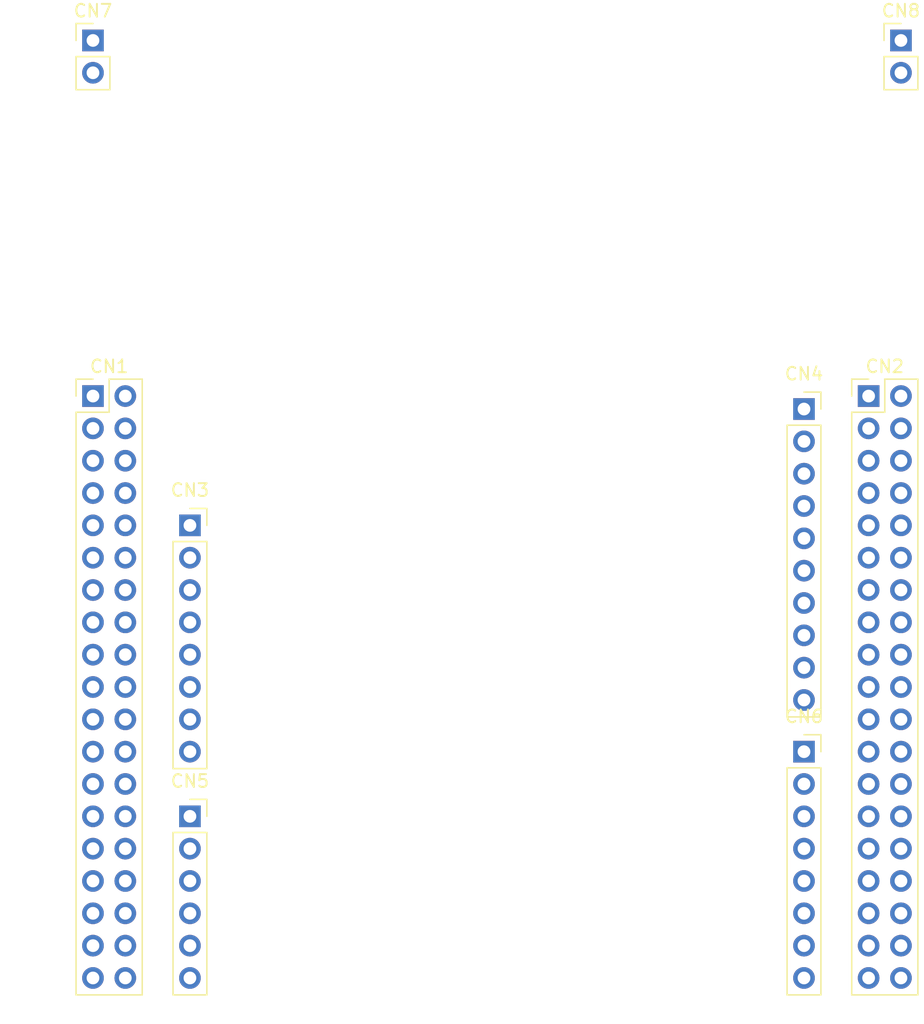
<source format=kicad_pcb>
(kicad_pcb (version 20171130) (host pcbnew 5.1.9-73d0e3b20d~88~ubuntu18.04.1)

  (general
    (thickness 1.6)
    (drawings 0)
    (tracks 0)
    (zones 0)
    (modules 8)
    (nets 70)
  )

  (page A4)
  (layers
    (0 F.Cu signal)
    (31 B.Cu signal)
    (32 B.Adhes user)
    (33 F.Adhes user)
    (34 B.Paste user)
    (35 F.Paste user)
    (36 B.SilkS user)
    (37 F.SilkS user)
    (38 B.Mask user)
    (39 F.Mask user)
    (40 Dwgs.User user)
    (41 Cmts.User user)
    (42 Eco1.User user)
    (43 Eco2.User user)
    (44 Edge.Cuts user)
    (45 Margin user)
    (46 B.CrtYd user)
    (47 F.CrtYd user)
    (48 B.Fab user)
    (49 F.Fab user)
  )

  (setup
    (last_trace_width 0.25)
    (trace_clearance 0.2)
    (zone_clearance 0.508)
    (zone_45_only no)
    (trace_min 0.2)
    (via_size 0.8)
    (via_drill 0.4)
    (via_min_size 0.4)
    (via_min_drill 0.3)
    (uvia_size 0.3)
    (uvia_drill 0.1)
    (uvias_allowed no)
    (uvia_min_size 0.2)
    (uvia_min_drill 0.1)
    (edge_width 0.05)
    (segment_width 0.2)
    (pcb_text_width 0.3)
    (pcb_text_size 1.5 1.5)
    (mod_edge_width 0.12)
    (mod_text_size 1 1)
    (mod_text_width 0.15)
    (pad_size 1.524 1.524)
    (pad_drill 0.762)
    (pad_to_mask_clearance 0)
    (aux_axis_origin 0 0)
    (visible_elements FFFFFF7F)
    (pcbplotparams
      (layerselection 0x010fc_ffffffff)
      (usegerberextensions false)
      (usegerberattributes true)
      (usegerberadvancedattributes true)
      (creategerberjobfile true)
      (excludeedgelayer true)
      (linewidth 0.100000)
      (plotframeref false)
      (viasonmask false)
      (mode 1)
      (useauxorigin false)
      (hpglpennumber 1)
      (hpglpenspeed 20)
      (hpglpendiameter 15.000000)
      (psnegative false)
      (psa4output false)
      (plotreference true)
      (plotvalue true)
      (plotinvisibletext false)
      (padsonsilk false)
      (subtractmaskfromsilk false)
      (outputformat 1)
      (mirror false)
      (drillshape 1)
      (scaleselection 1)
      (outputdirectory ""))
  )

  (net 0 "")
  (net 1 /connectors/PC10)
  (net 2 /connectors/PC11)
  (net 3 /connectors/PC12)
  (net 4 /connectors/PD2)
  (net 5 /connectors/VDD)
  (net 6 /connectors/E5V)
  (net 7 /connectors/PA14)
  (net 8 /connectors/GND)
  (net 9 /connectors/PD0)
  (net 10 /connectors/PD1)
  (net 11 /connectors/PD3)
  (net 12 /connectors/IOREF)
  (net 13 /connectors/PA13)
  (net 14 /connectors/~RST)
  (net 15 /connectors/PD4)
  (net 16 /connectors/+3V3)
  (net 17 /connectors/PA15)
  (net 18 /connectors/+5V)
  (net 19 /connectors/PB7)
  (net 20 /connectors/PC13)
  (net 21 /connectors/VIN)
  (net 22 /connectors/PC14)
  (net 23 /connectors/PD5)
  (net 24 /connectors/PC15)
  (net 25 /connectors/PA0)
  (net 26 /connectors/PF0)
  (net 27 /connectors/PA1)
  (net 28 /connectors/PF1)
  (net 29 /connectors/PA4)
  (net 30 /connectors/VBAT)
  (net 31 /connectors/PB1)
  (net 32 /connectors/PC2)
  (net 33 PB9)
  (net 34 /connectors/PC3)
  (net 35 PB8)
  (net 36 /connectors/PD9)
  (net 37 /connectors/PC5)
  (net 38 /connectors/PD8)
  (net 39 /connectors/PC4)
  (net 40 /connectors/PA2)
  (net 41 /connectors/PA10)
  (net 42 /connectors/AGND)
  (net 43 /connectors/PB3)
  (net 44 /connectors/PB13)
  (net 45 /connectors/PB5)
  (net 46 /connectors/PB10)
  (net 47 /connectors/PB4)
  (net 48 /connectors/PB15)
  (net 49 /connectors/PB14)
  (net 50 /connectors/PB6)
  (net 51 /connectors/PA8)
  (net 52 /connectors/PB2)
  (net 53 /connectors/PA9)
  (net 54 /connectors/PC7)
  (net 55 /connectors/PC0)
  (net 56 /connectors/PB0)
  (net 57 /connectors/PC1)
  (net 58 /connectors/PA7)
  (net 59 /connectors/PA11)
  (net 60 /connectors/PA6)
  (net 61 /connectors/PA12)
  (net 62 /connectors/PA5)
  (net 63 /connectors/PD6)
  (net 64 /connectors/USBCHG)
  (net 65 /connectors/AVDD)
  (net 66 /connectors/PA3)
  (net 67 /connectors/PC6)
  (net 68 /connectors/PC8)
  (net 69 /connectors/PC9)

  (net_class Default "This is the default net class."
    (clearance 0.2)
    (trace_width 0.25)
    (via_dia 0.8)
    (via_drill 0.4)
    (uvia_dia 0.3)
    (uvia_drill 0.1)
    (add_net /connectors/+3V3)
    (add_net /connectors/+5V)
    (add_net /connectors/AGND)
    (add_net /connectors/AVDD)
    (add_net /connectors/E5V)
    (add_net /connectors/GND)
    (add_net /connectors/IOREF)
    (add_net /connectors/PA0)
    (add_net /connectors/PA1)
    (add_net /connectors/PA10)
    (add_net /connectors/PA11)
    (add_net /connectors/PA12)
    (add_net /connectors/PA13)
    (add_net /connectors/PA14)
    (add_net /connectors/PA15)
    (add_net /connectors/PA2)
    (add_net /connectors/PA3)
    (add_net /connectors/PA4)
    (add_net /connectors/PA5)
    (add_net /connectors/PA6)
    (add_net /connectors/PA7)
    (add_net /connectors/PA8)
    (add_net /connectors/PA9)
    (add_net /connectors/PB0)
    (add_net /connectors/PB1)
    (add_net /connectors/PB10)
    (add_net /connectors/PB13)
    (add_net /connectors/PB14)
    (add_net /connectors/PB15)
    (add_net /connectors/PB2)
    (add_net /connectors/PB3)
    (add_net /connectors/PB4)
    (add_net /connectors/PB5)
    (add_net /connectors/PB6)
    (add_net /connectors/PB7)
    (add_net /connectors/PC0)
    (add_net /connectors/PC1)
    (add_net /connectors/PC10)
    (add_net /connectors/PC11)
    (add_net /connectors/PC12)
    (add_net /connectors/PC13)
    (add_net /connectors/PC14)
    (add_net /connectors/PC15)
    (add_net /connectors/PC2)
    (add_net /connectors/PC3)
    (add_net /connectors/PC4)
    (add_net /connectors/PC5)
    (add_net /connectors/PC6)
    (add_net /connectors/PC7)
    (add_net /connectors/PC8)
    (add_net /connectors/PC9)
    (add_net /connectors/PD0)
    (add_net /connectors/PD1)
    (add_net /connectors/PD2)
    (add_net /connectors/PD3)
    (add_net /connectors/PD4)
    (add_net /connectors/PD5)
    (add_net /connectors/PD6)
    (add_net /connectors/PD8)
    (add_net /connectors/PD9)
    (add_net /connectors/PF0)
    (add_net /connectors/PF1)
    (add_net /connectors/USBCHG)
    (add_net /connectors/VBAT)
    (add_net /connectors/VDD)
    (add_net /connectors/VIN)
    (add_net /connectors/~RST)
    (add_net PB8)
    (add_net PB9)
  )

  (module Connector_PinSocket_2.54mm:PinSocket_1x08_P2.54mm_Vertical locked (layer F.Cu) (tedit 5A19A420) (tstamp 6016D3DA)
    (at 177.8 106.68)
    (descr "Through hole straight socket strip, 1x08, 2.54mm pitch, single row (from Kicad 4.0.7), script generated")
    (tags "Through hole socket strip THT 1x08 2.54mm single row")
    (path /6016888D/6016A656)
    (fp_text reference CN6 (at 0 -2.77) (layer F.SilkS)
      (effects (font (size 1 1) (thickness 0.15)))
    )
    (fp_text value Conn_01x08 (at 0 20.55) (layer F.Fab)
      (effects (font (size 1 1) (thickness 0.15)))
    )
    (fp_text user %R (at 0 8.89 90) (layer F.Fab)
      (effects (font (size 1 1) (thickness 0.15)))
    )
    (fp_line (start -1.27 -1.27) (end 0.635 -1.27) (layer F.Fab) (width 0.1))
    (fp_line (start 0.635 -1.27) (end 1.27 -0.635) (layer F.Fab) (width 0.1))
    (fp_line (start 1.27 -0.635) (end 1.27 19.05) (layer F.Fab) (width 0.1))
    (fp_line (start 1.27 19.05) (end -1.27 19.05) (layer F.Fab) (width 0.1))
    (fp_line (start -1.27 19.05) (end -1.27 -1.27) (layer F.Fab) (width 0.1))
    (fp_line (start -1.33 1.27) (end 1.33 1.27) (layer F.SilkS) (width 0.12))
    (fp_line (start -1.33 1.27) (end -1.33 19.11) (layer F.SilkS) (width 0.12))
    (fp_line (start -1.33 19.11) (end 1.33 19.11) (layer F.SilkS) (width 0.12))
    (fp_line (start 1.33 1.27) (end 1.33 19.11) (layer F.SilkS) (width 0.12))
    (fp_line (start 1.33 -1.33) (end 1.33 0) (layer F.SilkS) (width 0.12))
    (fp_line (start 0 -1.33) (end 1.33 -1.33) (layer F.SilkS) (width 0.12))
    (fp_line (start -1.8 -1.8) (end 1.75 -1.8) (layer F.CrtYd) (width 0.05))
    (fp_line (start 1.75 -1.8) (end 1.75 19.55) (layer F.CrtYd) (width 0.05))
    (fp_line (start 1.75 19.55) (end -1.8 19.55) (layer F.CrtYd) (width 0.05))
    (fp_line (start -1.8 19.55) (end -1.8 -1.8) (layer F.CrtYd) (width 0.05))
    (pad 8 thru_hole oval (at 0 17.78) (size 1.7 1.7) (drill 1) (layers *.Cu *.Mask)
      (net 37 /connectors/PC5))
    (pad 7 thru_hole oval (at 0 15.24) (size 1.7 1.7) (drill 1) (layers *.Cu *.Mask)
      (net 39 /connectors/PC4))
    (pad 6 thru_hole oval (at 0 12.7) (size 1.7 1.7) (drill 1) (layers *.Cu *.Mask)
      (net 41 /connectors/PA10))
    (pad 5 thru_hole oval (at 0 10.16) (size 1.7 1.7) (drill 1) (layers *.Cu *.Mask)
      (net 43 /connectors/PB3))
    (pad 4 thru_hole oval (at 0 7.62) (size 1.7 1.7) (drill 1) (layers *.Cu *.Mask)
      (net 45 /connectors/PB5))
    (pad 3 thru_hole oval (at 0 5.08) (size 1.7 1.7) (drill 1) (layers *.Cu *.Mask)
      (net 47 /connectors/PB4))
    (pad 2 thru_hole oval (at 0 2.54) (size 1.7 1.7) (drill 1) (layers *.Cu *.Mask)
      (net 49 /connectors/PB14))
    (pad 1 thru_hole rect (at 0 0) (size 1.7 1.7) (drill 1) (layers *.Cu *.Mask)
      (net 51 /connectors/PA8))
    (model ${KISYS3DMOD}/Connector_PinSocket_2.54mm.3dshapes/PinSocket_1x08_P2.54mm_Vertical.wrl
      (at (xyz 0 0 0))
      (scale (xyz 1 1 1))
      (rotate (xyz 0 0 0))
    )
  )

  (module Connector_PinSocket_2.54mm:PinSocket_1x06_P2.54mm_Vertical locked (layer F.Cu) (tedit 5A19A430) (tstamp 6016CA97)
    (at 129.54 111.76)
    (descr "Through hole straight socket strip, 1x06, 2.54mm pitch, single row (from Kicad 4.0.7), script generated")
    (tags "Through hole socket strip THT 1x06 2.54mm single row")
    (path /6016888D/6016C78B)
    (fp_text reference CN5 (at 0 -2.77) (layer F.SilkS)
      (effects (font (size 1 1) (thickness 0.15)))
    )
    (fp_text value Conn_01x06 (at 0 15.47) (layer F.Fab)
      (effects (font (size 1 1) (thickness 0.15)))
    )
    (fp_text user %R (at 0 6.35 90) (layer F.Fab)
      (effects (font (size 1 1) (thickness 0.15)))
    )
    (fp_line (start -1.27 -1.27) (end 0.635 -1.27) (layer F.Fab) (width 0.1))
    (fp_line (start 0.635 -1.27) (end 1.27 -0.635) (layer F.Fab) (width 0.1))
    (fp_line (start 1.27 -0.635) (end 1.27 13.97) (layer F.Fab) (width 0.1))
    (fp_line (start 1.27 13.97) (end -1.27 13.97) (layer F.Fab) (width 0.1))
    (fp_line (start -1.27 13.97) (end -1.27 -1.27) (layer F.Fab) (width 0.1))
    (fp_line (start -1.33 1.27) (end 1.33 1.27) (layer F.SilkS) (width 0.12))
    (fp_line (start -1.33 1.27) (end -1.33 14.03) (layer F.SilkS) (width 0.12))
    (fp_line (start -1.33 14.03) (end 1.33 14.03) (layer F.SilkS) (width 0.12))
    (fp_line (start 1.33 1.27) (end 1.33 14.03) (layer F.SilkS) (width 0.12))
    (fp_line (start 1.33 -1.33) (end 1.33 0) (layer F.SilkS) (width 0.12))
    (fp_line (start 0 -1.33) (end 1.33 -1.33) (layer F.SilkS) (width 0.12))
    (fp_line (start -1.8 -1.8) (end 1.75 -1.8) (layer F.CrtYd) (width 0.05))
    (fp_line (start 1.75 -1.8) (end 1.75 14.45) (layer F.CrtYd) (width 0.05))
    (fp_line (start 1.75 14.45) (end -1.8 14.45) (layer F.CrtYd) (width 0.05))
    (fp_line (start -1.8 14.45) (end -1.8 -1.8) (layer F.CrtYd) (width 0.05))
    (pad 6 thru_hole oval (at 0 12.7) (size 1.7 1.7) (drill 1) (layers *.Cu *.Mask)
      (net 35 PB8))
    (pad 5 thru_hole oval (at 0 10.16) (size 1.7 1.7) (drill 1) (layers *.Cu *.Mask)
      (net 33 PB9))
    (pad 4 thru_hole oval (at 0 7.62) (size 1.7 1.7) (drill 1) (layers *.Cu *.Mask)
      (net 31 /connectors/PB1))
    (pad 3 thru_hole oval (at 0 5.08) (size 1.7 1.7) (drill 1) (layers *.Cu *.Mask)
      (net 29 /connectors/PA4))
    (pad 2 thru_hole oval (at 0 2.54) (size 1.7 1.7) (drill 1) (layers *.Cu *.Mask)
      (net 27 /connectors/PA1))
    (pad 1 thru_hole rect (at 0 0) (size 1.7 1.7) (drill 1) (layers *.Cu *.Mask)
      (net 25 /connectors/PA0))
    (model ${KISYS3DMOD}/Connector_PinSocket_2.54mm.3dshapes/PinSocket_1x06_P2.54mm_Vertical.wrl
      (at (xyz 0 0 0))
      (scale (xyz 1 1 1))
      (rotate (xyz 0 0 0))
    )
  )

  (module Connector_PinSocket_2.54mm:PinSocket_1x10_P2.54mm_Vertical locked (layer F.Cu) (tedit 5A19A425) (tstamp 6016CA7D)
    (at 177.8 79.76)
    (descr "Through hole straight socket strip, 1x10, 2.54mm pitch, single row (from Kicad 4.0.7), script generated")
    (tags "Through hole socket strip THT 1x10 2.54mm single row")
    (path /6016888D/6016D7A0)
    (fp_text reference CN4 (at 0 -2.77) (layer F.SilkS)
      (effects (font (size 1 1) (thickness 0.15)))
    )
    (fp_text value Conn_01x10 (at 0 25.63) (layer F.Fab)
      (effects (font (size 1 1) (thickness 0.15)))
    )
    (fp_text user %R (at 0 11.43 90) (layer F.Fab)
      (effects (font (size 1 1) (thickness 0.15)))
    )
    (fp_line (start -1.27 -1.27) (end 0.635 -1.27) (layer F.Fab) (width 0.1))
    (fp_line (start 0.635 -1.27) (end 1.27 -0.635) (layer F.Fab) (width 0.1))
    (fp_line (start 1.27 -0.635) (end 1.27 24.13) (layer F.Fab) (width 0.1))
    (fp_line (start 1.27 24.13) (end -1.27 24.13) (layer F.Fab) (width 0.1))
    (fp_line (start -1.27 24.13) (end -1.27 -1.27) (layer F.Fab) (width 0.1))
    (fp_line (start -1.33 1.27) (end 1.33 1.27) (layer F.SilkS) (width 0.12))
    (fp_line (start -1.33 1.27) (end -1.33 24.19) (layer F.SilkS) (width 0.12))
    (fp_line (start -1.33 24.19) (end 1.33 24.19) (layer F.SilkS) (width 0.12))
    (fp_line (start 1.33 1.27) (end 1.33 24.19) (layer F.SilkS) (width 0.12))
    (fp_line (start 1.33 -1.33) (end 1.33 0) (layer F.SilkS) (width 0.12))
    (fp_line (start 0 -1.33) (end 1.33 -1.33) (layer F.SilkS) (width 0.12))
    (fp_line (start -1.8 -1.8) (end 1.75 -1.8) (layer F.CrtYd) (width 0.05))
    (fp_line (start 1.75 -1.8) (end 1.75 24.6) (layer F.CrtYd) (width 0.05))
    (fp_line (start 1.75 24.6) (end -1.8 24.6) (layer F.CrtYd) (width 0.05))
    (fp_line (start -1.8 24.6) (end -1.8 -1.8) (layer F.CrtYd) (width 0.05))
    (pad 10 thru_hole oval (at 0 22.86) (size 1.7 1.7) (drill 1) (layers *.Cu *.Mask)
      (net 53 /connectors/PA9))
    (pad 9 thru_hole oval (at 0 20.32) (size 1.7 1.7) (drill 1) (layers *.Cu *.Mask)
      (net 54 /connectors/PC7))
    (pad 8 thru_hole oval (at 0 17.78) (size 1.7 1.7) (drill 1) (layers *.Cu *.Mask)
      (net 56 /connectors/PB0))
    (pad 7 thru_hole oval (at 0 15.24) (size 1.7 1.7) (drill 1) (layers *.Cu *.Mask)
      (net 58 /connectors/PA7))
    (pad 6 thru_hole oval (at 0 12.7) (size 1.7 1.7) (drill 1) (layers *.Cu *.Mask)
      (net 60 /connectors/PA6))
    (pad 5 thru_hole oval (at 0 10.16) (size 1.7 1.7) (drill 1) (layers *.Cu *.Mask)
      (net 62 /connectors/PA5))
    (pad 4 thru_hole oval (at 0 7.62) (size 1.7 1.7) (drill 1) (layers *.Cu *.Mask)
      (net 8 /connectors/GND))
    (pad 3 thru_hole oval (at 0 5.08) (size 1.7 1.7) (drill 1) (layers *.Cu *.Mask)
      (net 65 /connectors/AVDD))
    (pad 2 thru_hole oval (at 0 2.54) (size 1.7 1.7) (drill 1) (layers *.Cu *.Mask)
      (net 33 PB9))
    (pad 1 thru_hole rect (at 0 0) (size 1.7 1.7) (drill 1) (layers *.Cu *.Mask)
      (net 35 PB8))
    (model ${KISYS3DMOD}/Connector_PinSocket_2.54mm.3dshapes/PinSocket_1x10_P2.54mm_Vertical.wrl
      (at (xyz 0 0 0))
      (scale (xyz 1 1 1))
      (rotate (xyz 0 0 0))
    )
  )

  (module Connector_PinSocket_2.54mm:PinSocket_1x08_P2.54mm_Vertical locked (layer F.Cu) (tedit 5A19A420) (tstamp 6016CA5F)
    (at 129.54 88.9)
    (descr "Through hole straight socket strip, 1x08, 2.54mm pitch, single row (from Kicad 4.0.7), script generated")
    (tags "Through hole socket strip THT 1x08 2.54mm single row")
    (path /6016888D/601699C4)
    (fp_text reference CN3 (at 0 -2.77) (layer F.SilkS)
      (effects (font (size 1 1) (thickness 0.15)))
    )
    (fp_text value Conn_01x08 (at 0 20.55) (layer F.Fab)
      (effects (font (size 1 1) (thickness 0.15)))
    )
    (fp_text user %R (at 0 8.89 90) (layer F.Fab)
      (effects (font (size 1 1) (thickness 0.15)))
    )
    (fp_line (start -1.27 -1.27) (end 0.635 -1.27) (layer F.Fab) (width 0.1))
    (fp_line (start 0.635 -1.27) (end 1.27 -0.635) (layer F.Fab) (width 0.1))
    (fp_line (start 1.27 -0.635) (end 1.27 19.05) (layer F.Fab) (width 0.1))
    (fp_line (start 1.27 19.05) (end -1.27 19.05) (layer F.Fab) (width 0.1))
    (fp_line (start -1.27 19.05) (end -1.27 -1.27) (layer F.Fab) (width 0.1))
    (fp_line (start -1.33 1.27) (end 1.33 1.27) (layer F.SilkS) (width 0.12))
    (fp_line (start -1.33 1.27) (end -1.33 19.11) (layer F.SilkS) (width 0.12))
    (fp_line (start -1.33 19.11) (end 1.33 19.11) (layer F.SilkS) (width 0.12))
    (fp_line (start 1.33 1.27) (end 1.33 19.11) (layer F.SilkS) (width 0.12))
    (fp_line (start 1.33 -1.33) (end 1.33 0) (layer F.SilkS) (width 0.12))
    (fp_line (start 0 -1.33) (end 1.33 -1.33) (layer F.SilkS) (width 0.12))
    (fp_line (start -1.8 -1.8) (end 1.75 -1.8) (layer F.CrtYd) (width 0.05))
    (fp_line (start 1.75 -1.8) (end 1.75 19.55) (layer F.CrtYd) (width 0.05))
    (fp_line (start 1.75 19.55) (end -1.8 19.55) (layer F.CrtYd) (width 0.05))
    (fp_line (start -1.8 19.55) (end -1.8 -1.8) (layer F.CrtYd) (width 0.05))
    (pad 8 thru_hole oval (at 0 17.78) (size 1.7 1.7) (drill 1) (layers *.Cu *.Mask)
      (net 21 /connectors/VIN))
    (pad 7 thru_hole oval (at 0 15.24) (size 1.7 1.7) (drill 1) (layers *.Cu *.Mask)
      (net 8 /connectors/GND))
    (pad 6 thru_hole oval (at 0 12.7) (size 1.7 1.7) (drill 1) (layers *.Cu *.Mask)
      (net 8 /connectors/GND))
    (pad 5 thru_hole oval (at 0 10.16) (size 1.7 1.7) (drill 1) (layers *.Cu *.Mask)
      (net 18 /connectors/+5V))
    (pad 4 thru_hole oval (at 0 7.62) (size 1.7 1.7) (drill 1) (layers *.Cu *.Mask)
      (net 16 /connectors/+3V3))
    (pad 3 thru_hole oval (at 0 5.08) (size 1.7 1.7) (drill 1) (layers *.Cu *.Mask)
      (net 14 /connectors/~RST))
    (pad 2 thru_hole oval (at 0 2.54) (size 1.7 1.7) (drill 1) (layers *.Cu *.Mask)
      (net 12 /connectors/IOREF))
    (pad 1 thru_hole rect (at 0 0) (size 1.7 1.7) (drill 1) (layers *.Cu *.Mask)
      (net 10 /connectors/PD1))
    (model ${KISYS3DMOD}/Connector_PinSocket_2.54mm.3dshapes/PinSocket_1x08_P2.54mm_Vertical.wrl
      (at (xyz 0 0 0))
      (scale (xyz 1 1 1))
      (rotate (xyz 0 0 0))
    )
  )

  (module Connector_PinHeader_2.54mm:PinHeader_2x19_P2.54mm_Vertical locked (layer F.Cu) (tedit 59FED5CC) (tstamp 6016CA07)
    (at 121.92 78.74)
    (descr "Through hole straight pin header, 2x19, 2.54mm pitch, double rows")
    (tags "Through hole pin header THT 2x19 2.54mm double row")
    (path /6016888D/60169241)
    (fp_text reference CN1 (at 1.27 -2.33) (layer F.SilkS)
      (effects (font (size 1 1) (thickness 0.15)))
    )
    (fp_text value Conn_02x19_Odd_Even (at 1.27 48.05) (layer F.Fab)
      (effects (font (size 1 1) (thickness 0.15)))
    )
    (fp_line (start 4.35 -1.8) (end -1.8 -1.8) (layer F.CrtYd) (width 0.05))
    (fp_line (start 4.35 47.5) (end 4.35 -1.8) (layer F.CrtYd) (width 0.05))
    (fp_line (start -1.8 47.5) (end 4.35 47.5) (layer F.CrtYd) (width 0.05))
    (fp_line (start -1.8 -1.8) (end -1.8 47.5) (layer F.CrtYd) (width 0.05))
    (fp_line (start -1.33 -1.33) (end 0 -1.33) (layer F.SilkS) (width 0.12))
    (fp_line (start -1.33 0) (end -1.33 -1.33) (layer F.SilkS) (width 0.12))
    (fp_line (start 1.27 -1.33) (end 3.87 -1.33) (layer F.SilkS) (width 0.12))
    (fp_line (start 1.27 1.27) (end 1.27 -1.33) (layer F.SilkS) (width 0.12))
    (fp_line (start -1.33 1.27) (end 1.27 1.27) (layer F.SilkS) (width 0.12))
    (fp_line (start 3.87 -1.33) (end 3.87 47.05) (layer F.SilkS) (width 0.12))
    (fp_line (start -1.33 1.27) (end -1.33 47.05) (layer F.SilkS) (width 0.12))
    (fp_line (start -1.33 47.05) (end 3.87 47.05) (layer F.SilkS) (width 0.12))
    (fp_line (start -1.27 0) (end 0 -1.27) (layer F.Fab) (width 0.1))
    (fp_line (start -1.27 46.99) (end -1.27 0) (layer F.Fab) (width 0.1))
    (fp_line (start 3.81 46.99) (end -1.27 46.99) (layer F.Fab) (width 0.1))
    (fp_line (start 3.81 -1.27) (end 3.81 46.99) (layer F.Fab) (width 0.1))
    (fp_line (start 0 -1.27) (end 3.81 -1.27) (layer F.Fab) (width 0.1))
    (fp_text user %R (at 1.27 22.86 90) (layer F.Fab)
      (effects (font (size 1 1) (thickness 0.15)))
    )
    (pad 1 thru_hole rect (at 0 0) (size 1.7 1.7) (drill 1) (layers *.Cu *.Mask)
      (net 1 /connectors/PC10))
    (pad 2 thru_hole oval (at 2.54 0) (size 1.7 1.7) (drill 1) (layers *.Cu *.Mask)
      (net 2 /connectors/PC11))
    (pad 3 thru_hole oval (at 0 2.54) (size 1.7 1.7) (drill 1) (layers *.Cu *.Mask)
      (net 3 /connectors/PC12))
    (pad 4 thru_hole oval (at 2.54 2.54) (size 1.7 1.7) (drill 1) (layers *.Cu *.Mask)
      (net 4 /connectors/PD2))
    (pad 5 thru_hole oval (at 0 5.08) (size 1.7 1.7) (drill 1) (layers *.Cu *.Mask)
      (net 5 /connectors/VDD))
    (pad 6 thru_hole oval (at 2.54 5.08) (size 1.7 1.7) (drill 1) (layers *.Cu *.Mask)
      (net 6 /connectors/E5V))
    (pad 7 thru_hole oval (at 0 7.62) (size 1.7 1.7) (drill 1) (layers *.Cu *.Mask)
      (net 7 /connectors/PA14))
    (pad 8 thru_hole oval (at 2.54 7.62) (size 1.7 1.7) (drill 1) (layers *.Cu *.Mask)
      (net 8 /connectors/GND))
    (pad 9 thru_hole oval (at 0 10.16) (size 1.7 1.7) (drill 1) (layers *.Cu *.Mask)
      (net 9 /connectors/PD0))
    (pad 10 thru_hole oval (at 2.54 10.16) (size 1.7 1.7) (drill 1) (layers *.Cu *.Mask)
      (net 10 /connectors/PD1))
    (pad 11 thru_hole oval (at 0 12.7) (size 1.7 1.7) (drill 1) (layers *.Cu *.Mask)
      (net 11 /connectors/PD3))
    (pad 12 thru_hole oval (at 2.54 12.7) (size 1.7 1.7) (drill 1) (layers *.Cu *.Mask)
      (net 12 /connectors/IOREF))
    (pad 13 thru_hole oval (at 0 15.24) (size 1.7 1.7) (drill 1) (layers *.Cu *.Mask)
      (net 13 /connectors/PA13))
    (pad 14 thru_hole oval (at 2.54 15.24) (size 1.7 1.7) (drill 1) (layers *.Cu *.Mask)
      (net 14 /connectors/~RST))
    (pad 15 thru_hole oval (at 0 17.78) (size 1.7 1.7) (drill 1) (layers *.Cu *.Mask)
      (net 15 /connectors/PD4))
    (pad 16 thru_hole oval (at 2.54 17.78) (size 1.7 1.7) (drill 1) (layers *.Cu *.Mask)
      (net 16 /connectors/+3V3))
    (pad 17 thru_hole oval (at 0 20.32) (size 1.7 1.7) (drill 1) (layers *.Cu *.Mask)
      (net 17 /connectors/PA15))
    (pad 18 thru_hole oval (at 2.54 20.32) (size 1.7 1.7) (drill 1) (layers *.Cu *.Mask)
      (net 18 /connectors/+5V))
    (pad 19 thru_hole oval (at 0 22.86) (size 1.7 1.7) (drill 1) (layers *.Cu *.Mask)
      (net 8 /connectors/GND))
    (pad 20 thru_hole oval (at 2.54 22.86) (size 1.7 1.7) (drill 1) (layers *.Cu *.Mask)
      (net 8 /connectors/GND))
    (pad 21 thru_hole oval (at 0 25.4) (size 1.7 1.7) (drill 1) (layers *.Cu *.Mask)
      (net 19 /connectors/PB7))
    (pad 22 thru_hole oval (at 2.54 25.4) (size 1.7 1.7) (drill 1) (layers *.Cu *.Mask)
      (net 8 /connectors/GND))
    (pad 23 thru_hole oval (at 0 27.94) (size 1.7 1.7) (drill 1) (layers *.Cu *.Mask)
      (net 20 /connectors/PC13))
    (pad 24 thru_hole oval (at 2.54 27.94) (size 1.7 1.7) (drill 1) (layers *.Cu *.Mask)
      (net 21 /connectors/VIN))
    (pad 25 thru_hole oval (at 0 30.48) (size 1.7 1.7) (drill 1) (layers *.Cu *.Mask)
      (net 22 /connectors/PC14))
    (pad 26 thru_hole oval (at 2.54 30.48) (size 1.7 1.7) (drill 1) (layers *.Cu *.Mask)
      (net 23 /connectors/PD5))
    (pad 27 thru_hole oval (at 0 33.02) (size 1.7 1.7) (drill 1) (layers *.Cu *.Mask)
      (net 24 /connectors/PC15))
    (pad 28 thru_hole oval (at 2.54 33.02) (size 1.7 1.7) (drill 1) (layers *.Cu *.Mask)
      (net 25 /connectors/PA0))
    (pad 29 thru_hole oval (at 0 35.56) (size 1.7 1.7) (drill 1) (layers *.Cu *.Mask)
      (net 26 /connectors/PF0))
    (pad 30 thru_hole oval (at 2.54 35.56) (size 1.7 1.7) (drill 1) (layers *.Cu *.Mask)
      (net 27 /connectors/PA1))
    (pad 31 thru_hole oval (at 0 38.1) (size 1.7 1.7) (drill 1) (layers *.Cu *.Mask)
      (net 28 /connectors/PF1))
    (pad 32 thru_hole oval (at 2.54 38.1) (size 1.7 1.7) (drill 1) (layers *.Cu *.Mask)
      (net 29 /connectors/PA4))
    (pad 33 thru_hole oval (at 0 40.64) (size 1.7 1.7) (drill 1) (layers *.Cu *.Mask)
      (net 30 /connectors/VBAT))
    (pad 34 thru_hole oval (at 2.54 40.64) (size 1.7 1.7) (drill 1) (layers *.Cu *.Mask)
      (net 31 /connectors/PB1))
    (pad 35 thru_hole oval (at 0 43.18) (size 1.7 1.7) (drill 1) (layers *.Cu *.Mask)
      (net 32 /connectors/PC2))
    (pad 36 thru_hole oval (at 2.54 43.18) (size 1.7 1.7) (drill 1) (layers *.Cu *.Mask)
      (net 33 PB9))
    (pad 37 thru_hole oval (at 0 45.72) (size 1.7 1.7) (drill 1) (layers *.Cu *.Mask)
      (net 34 /connectors/PC3))
    (pad 38 thru_hole oval (at 2.54 45.72) (size 1.7 1.7) (drill 1) (layers *.Cu *.Mask)
      (net 35 PB8))
    (model ${KISYS3DMOD}/Connector_PinHeader_2.54mm.3dshapes/PinHeader_2x19_P2.54mm_Vertical.wrl
      (at (xyz 0 0 0))
      (scale (xyz 1 1 1))
      (rotate (xyz 0 0 0))
    )
  )

  (module Connector_PinHeader_2.54mm:PinHeader_2x19_P2.54mm_Vertical locked (layer F.Cu) (tedit 59FED5CC) (tstamp 6016CA43)
    (at 182.88 78.74)
    (descr "Through hole straight pin header, 2x19, 2.54mm pitch, double rows")
    (tags "Through hole pin header THT 2x19 2.54mm double row")
    (path /6016888D/60170BB2)
    (fp_text reference CN2 (at 1.27 -2.33) (layer F.SilkS)
      (effects (font (size 1 1) (thickness 0.15)))
    )
    (fp_text value Conn_02x19_Odd_Even (at 1.27 48.05) (layer F.Fab) hide
      (effects (font (size 1 1) (thickness 0.15)))
    )
    (fp_text user %R (at 1.27 22.86 90) (layer F.Fab) hide
      (effects (font (size 1 1) (thickness 0.15)))
    )
    (fp_line (start 0 -1.27) (end 3.81 -1.27) (layer F.Fab) (width 0.1))
    (fp_line (start 3.81 -1.27) (end 3.81 46.99) (layer F.Fab) (width 0.1))
    (fp_line (start 3.81 46.99) (end -1.27 46.99) (layer F.Fab) (width 0.1))
    (fp_line (start -1.27 46.99) (end -1.27 0) (layer F.Fab) (width 0.1))
    (fp_line (start -1.27 0) (end 0 -1.27) (layer F.Fab) (width 0.1))
    (fp_line (start -1.33 47.05) (end 3.87 47.05) (layer F.SilkS) (width 0.12))
    (fp_line (start -1.33 1.27) (end -1.33 47.05) (layer F.SilkS) (width 0.12))
    (fp_line (start 3.87 -1.33) (end 3.87 47.05) (layer F.SilkS) (width 0.12))
    (fp_line (start -1.33 1.27) (end 1.27 1.27) (layer F.SilkS) (width 0.12))
    (fp_line (start 1.27 1.27) (end 1.27 -1.33) (layer F.SilkS) (width 0.12))
    (fp_line (start 1.27 -1.33) (end 3.87 -1.33) (layer F.SilkS) (width 0.12))
    (fp_line (start -1.33 0) (end -1.33 -1.33) (layer F.SilkS) (width 0.12))
    (fp_line (start -1.33 -1.33) (end 0 -1.33) (layer F.SilkS) (width 0.12))
    (fp_line (start -1.8 -1.8) (end -1.8 47.5) (layer F.CrtYd) (width 0.05))
    (fp_line (start -1.8 47.5) (end 4.35 47.5) (layer F.CrtYd) (width 0.05))
    (fp_line (start 4.35 47.5) (end 4.35 -1.8) (layer F.CrtYd) (width 0.05))
    (fp_line (start 4.35 -1.8) (end -1.8 -1.8) (layer F.CrtYd) (width 0.05))
    (pad 38 thru_hole oval (at 2.54 45.72) (size 1.7 1.7) (drill 1) (layers *.Cu *.Mask)
      (net 36 /connectors/PD9))
    (pad 37 thru_hole oval (at 0 45.72) (size 1.7 1.7) (drill 1) (layers *.Cu *.Mask)
      (net 37 /connectors/PC5))
    (pad 36 thru_hole oval (at 2.54 43.18) (size 1.7 1.7) (drill 1) (layers *.Cu *.Mask)
      (net 38 /connectors/PD8))
    (pad 35 thru_hole oval (at 0 43.18) (size 1.7 1.7) (drill 1) (layers *.Cu *.Mask)
      (net 39 /connectors/PC4))
    (pad 34 thru_hole oval (at 2.54 40.64) (size 1.7 1.7) (drill 1) (layers *.Cu *.Mask)
      (net 40 /connectors/PA2))
    (pad 33 thru_hole oval (at 0 40.64) (size 1.7 1.7) (drill 1) (layers *.Cu *.Mask)
      (net 41 /connectors/PA10))
    (pad 32 thru_hole oval (at 2.54 38.1) (size 1.7 1.7) (drill 1) (layers *.Cu *.Mask)
      (net 42 /connectors/AGND))
    (pad 31 thru_hole oval (at 0 38.1) (size 1.7 1.7) (drill 1) (layers *.Cu *.Mask)
      (net 43 /connectors/PB3))
    (pad 30 thru_hole oval (at 2.54 35.56) (size 1.7 1.7) (drill 1) (layers *.Cu *.Mask)
      (net 44 /connectors/PB13))
    (pad 29 thru_hole oval (at 0 35.56) (size 1.7 1.7) (drill 1) (layers *.Cu *.Mask)
      (net 45 /connectors/PB5))
    (pad 28 thru_hole oval (at 2.54 33.02) (size 1.7 1.7) (drill 1) (layers *.Cu *.Mask)
      (net 46 /connectors/PB10))
    (pad 27 thru_hole oval (at 0 33.02) (size 1.7 1.7) (drill 1) (layers *.Cu *.Mask)
      (net 47 /connectors/PB4))
    (pad 26 thru_hole oval (at 2.54 30.48) (size 1.7 1.7) (drill 1) (layers *.Cu *.Mask)
      (net 48 /connectors/PB15))
    (pad 25 thru_hole oval (at 0 30.48) (size 1.7 1.7) (drill 1) (layers *.Cu *.Mask)
      (net 49 /connectors/PB14))
    (pad 24 thru_hole oval (at 2.54 27.94) (size 1.7 1.7) (drill 1) (layers *.Cu *.Mask)
      (net 50 /connectors/PB6))
    (pad 23 thru_hole oval (at 0 27.94) (size 1.7 1.7) (drill 1) (layers *.Cu *.Mask)
      (net 51 /connectors/PA8))
    (pad 22 thru_hole oval (at 2.54 25.4) (size 1.7 1.7) (drill 1) (layers *.Cu *.Mask)
      (net 52 /connectors/PB2))
    (pad 21 thru_hole oval (at 0 25.4) (size 1.7 1.7) (drill 1) (layers *.Cu *.Mask)
      (net 53 /connectors/PA9))
    (pad 20 thru_hole oval (at 2.54 22.86) (size 1.7 1.7) (drill 1) (layers *.Cu *.Mask)
      (net 8 /connectors/GND))
    (pad 19 thru_hole oval (at 0 22.86) (size 1.7 1.7) (drill 1) (layers *.Cu *.Mask)
      (net 54 /connectors/PC7))
    (pad 18 thru_hole oval (at 2.54 20.32) (size 1.7 1.7) (drill 1) (layers *.Cu *.Mask)
      (net 55 /connectors/PC0))
    (pad 17 thru_hole oval (at 0 20.32) (size 1.7 1.7) (drill 1) (layers *.Cu *.Mask)
      (net 56 /connectors/PB0))
    (pad 16 thru_hole oval (at 2.54 17.78) (size 1.7 1.7) (drill 1) (layers *.Cu *.Mask)
      (net 57 /connectors/PC1))
    (pad 15 thru_hole oval (at 0 17.78) (size 1.7 1.7) (drill 1) (layers *.Cu *.Mask)
      (net 58 /connectors/PA7))
    (pad 14 thru_hole oval (at 2.54 15.24) (size 1.7 1.7) (drill 1) (layers *.Cu *.Mask)
      (net 59 /connectors/PA11))
    (pad 13 thru_hole oval (at 0 15.24) (size 1.7 1.7) (drill 1) (layers *.Cu *.Mask)
      (net 60 /connectors/PA6))
    (pad 12 thru_hole oval (at 2.54 12.7) (size 1.7 1.7) (drill 1) (layers *.Cu *.Mask)
      (net 61 /connectors/PA12))
    (pad 11 thru_hole oval (at 0 12.7) (size 1.7 1.7) (drill 1) (layers *.Cu *.Mask)
      (net 62 /connectors/PA5))
    (pad 10 thru_hole oval (at 2.54 10.16) (size 1.7 1.7) (drill 1) (layers *.Cu *.Mask)
      (net 63 /connectors/PD6))
    (pad 9 thru_hole oval (at 0 10.16) (size 1.7 1.7) (drill 1) (layers *.Cu *.Mask)
      (net 8 /connectors/GND))
    (pad 8 thru_hole oval (at 2.54 7.62) (size 1.7 1.7) (drill 1) (layers *.Cu *.Mask)
      (net 64 /connectors/USBCHG))
    (pad 7 thru_hole oval (at 0 7.62) (size 1.7 1.7) (drill 1) (layers *.Cu *.Mask)
      (net 65 /connectors/AVDD))
    (pad 6 thru_hole oval (at 2.54 5.08) (size 1.7 1.7) (drill 1) (layers *.Cu *.Mask)
      (net 66 /connectors/PA3))
    (pad 5 thru_hole oval (at 0 5.08) (size 1.7 1.7) (drill 1) (layers *.Cu *.Mask)
      (net 33 PB9))
    (pad 4 thru_hole oval (at 2.54 2.54) (size 1.7 1.7) (drill 1) (layers *.Cu *.Mask)
      (net 67 /connectors/PC6))
    (pad 3 thru_hole oval (at 0 2.54) (size 1.7 1.7) (drill 1) (layers *.Cu *.Mask)
      (net 35 PB8))
    (pad 2 thru_hole oval (at 2.54 0) (size 1.7 1.7) (drill 1) (layers *.Cu *.Mask)
      (net 68 /connectors/PC8))
    (pad 1 thru_hole rect (at 0 0) (size 1.7 1.7) (drill 1) (layers *.Cu *.Mask)
      (net 69 /connectors/PC9))
    (model ${KISYS3DMOD}/Connector_PinHeader_2.54mm.3dshapes/PinHeader_2x19_P2.54mm_Vertical.wrl
      (at (xyz 0 0 0))
      (scale (xyz 1 1 1))
      (rotate (xyz 0 0 0))
    )
  )

  (module Connector_PinHeader_2.54mm:PinHeader_1x02_P2.54mm_Vertical locked (layer F.Cu) (tedit 59FED5CC) (tstamp 6016D87C)
    (at 121.92 50.8)
    (descr "Through hole straight pin header, 1x02, 2.54mm pitch, single row")
    (tags "Through hole pin header THT 1x02 2.54mm single row")
    (path /6016888D/615E1300)
    (fp_text reference CN7 (at 0 -2.33) (layer F.SilkS)
      (effects (font (size 1 1) (thickness 0.15)))
    )
    (fp_text value Conn_01x02 (at 0 4.87) (layer F.Fab) hide
      (effects (font (size 1 1) (thickness 0.15)))
    )
    (fp_line (start 1.8 -1.8) (end -1.8 -1.8) (layer F.CrtYd) (width 0.05))
    (fp_line (start 1.8 4.35) (end 1.8 -1.8) (layer F.CrtYd) (width 0.05))
    (fp_line (start -1.8 4.35) (end 1.8 4.35) (layer F.CrtYd) (width 0.05))
    (fp_line (start -1.8 -1.8) (end -1.8 4.35) (layer F.CrtYd) (width 0.05))
    (fp_line (start -1.33 -1.33) (end 0 -1.33) (layer F.SilkS) (width 0.12))
    (fp_line (start -1.33 0) (end -1.33 -1.33) (layer F.SilkS) (width 0.12))
    (fp_line (start -1.33 1.27) (end 1.33 1.27) (layer F.SilkS) (width 0.12))
    (fp_line (start 1.33 1.27) (end 1.33 3.87) (layer F.SilkS) (width 0.12))
    (fp_line (start -1.33 1.27) (end -1.33 3.87) (layer F.SilkS) (width 0.12))
    (fp_line (start -1.33 3.87) (end 1.33 3.87) (layer F.SilkS) (width 0.12))
    (fp_line (start -1.27 -0.635) (end -0.635 -1.27) (layer F.Fab) (width 0.1))
    (fp_line (start -1.27 3.81) (end -1.27 -0.635) (layer F.Fab) (width 0.1))
    (fp_line (start 1.27 3.81) (end -1.27 3.81) (layer F.Fab) (width 0.1))
    (fp_line (start 1.27 -1.27) (end 1.27 3.81) (layer F.Fab) (width 0.1))
    (fp_line (start -0.635 -1.27) (end 1.27 -1.27) (layer F.Fab) (width 0.1))
    (fp_text user %R (at 0 1.27 90) (layer F.Fab) hide
      (effects (font (size 1 1) (thickness 0.15)))
    )
    (pad 1 thru_hole rect (at 0 0) (size 1.7 1.7) (drill 1) (layers *.Cu *.Mask)
      (net 8 /connectors/GND))
    (pad 2 thru_hole oval (at 0 2.54) (size 1.7 1.7) (drill 1) (layers *.Cu *.Mask)
      (net 8 /connectors/GND))
    (model ${KISYS3DMOD}/Connector_PinHeader_2.54mm.3dshapes/PinHeader_1x02_P2.54mm_Vertical.wrl
      (at (xyz 0 0 0))
      (scale (xyz 1 1 1))
      (rotate (xyz 0 0 0))
    )
  )

  (module Connector_PinHeader_2.54mm:PinHeader_1x02_P2.54mm_Vertical locked (layer F.Cu) (tedit 59FED5CC) (tstamp 6016CADF)
    (at 185.42 50.8)
    (descr "Through hole straight pin header, 1x02, 2.54mm pitch, single row")
    (tags "Through hole pin header THT 1x02 2.54mm single row")
    (path /6016888D/615E24F5)
    (fp_text reference CN8 (at 0 -2.33) (layer F.SilkS)
      (effects (font (size 1 1) (thickness 0.15)))
    )
    (fp_text value Conn_01x02 (at 0 4.87) (layer F.Fab) hide
      (effects (font (size 1 1) (thickness 0.15)))
    )
    (fp_text user %R (at 0 1.27 90) (layer F.Fab) hide
      (effects (font (size 1 1) (thickness 0.15)))
    )
    (fp_line (start -0.635 -1.27) (end 1.27 -1.27) (layer F.Fab) (width 0.1))
    (fp_line (start 1.27 -1.27) (end 1.27 3.81) (layer F.Fab) (width 0.1))
    (fp_line (start 1.27 3.81) (end -1.27 3.81) (layer F.Fab) (width 0.1))
    (fp_line (start -1.27 3.81) (end -1.27 -0.635) (layer F.Fab) (width 0.1))
    (fp_line (start -1.27 -0.635) (end -0.635 -1.27) (layer F.Fab) (width 0.1))
    (fp_line (start -1.33 3.87) (end 1.33 3.87) (layer F.SilkS) (width 0.12))
    (fp_line (start -1.33 1.27) (end -1.33 3.87) (layer F.SilkS) (width 0.12))
    (fp_line (start 1.33 1.27) (end 1.33 3.87) (layer F.SilkS) (width 0.12))
    (fp_line (start -1.33 1.27) (end 1.33 1.27) (layer F.SilkS) (width 0.12))
    (fp_line (start -1.33 0) (end -1.33 -1.33) (layer F.SilkS) (width 0.12))
    (fp_line (start -1.33 -1.33) (end 0 -1.33) (layer F.SilkS) (width 0.12))
    (fp_line (start -1.8 -1.8) (end -1.8 4.35) (layer F.CrtYd) (width 0.05))
    (fp_line (start -1.8 4.35) (end 1.8 4.35) (layer F.CrtYd) (width 0.05))
    (fp_line (start 1.8 4.35) (end 1.8 -1.8) (layer F.CrtYd) (width 0.05))
    (fp_line (start 1.8 -1.8) (end -1.8 -1.8) (layer F.CrtYd) (width 0.05))
    (pad 2 thru_hole oval (at 0 2.54) (size 1.7 1.7) (drill 1) (layers *.Cu *.Mask)
      (net 8 /connectors/GND))
    (pad 1 thru_hole rect (at 0 0) (size 1.7 1.7) (drill 1) (layers *.Cu *.Mask)
      (net 8 /connectors/GND))
    (model ${KISYS3DMOD}/Connector_PinHeader_2.54mm.3dshapes/PinHeader_1x02_P2.54mm_Vertical.wrl
      (at (xyz 0 0 0))
      (scale (xyz 1 1 1))
      (rotate (xyz 0 0 0))
    )
  )

)

</source>
